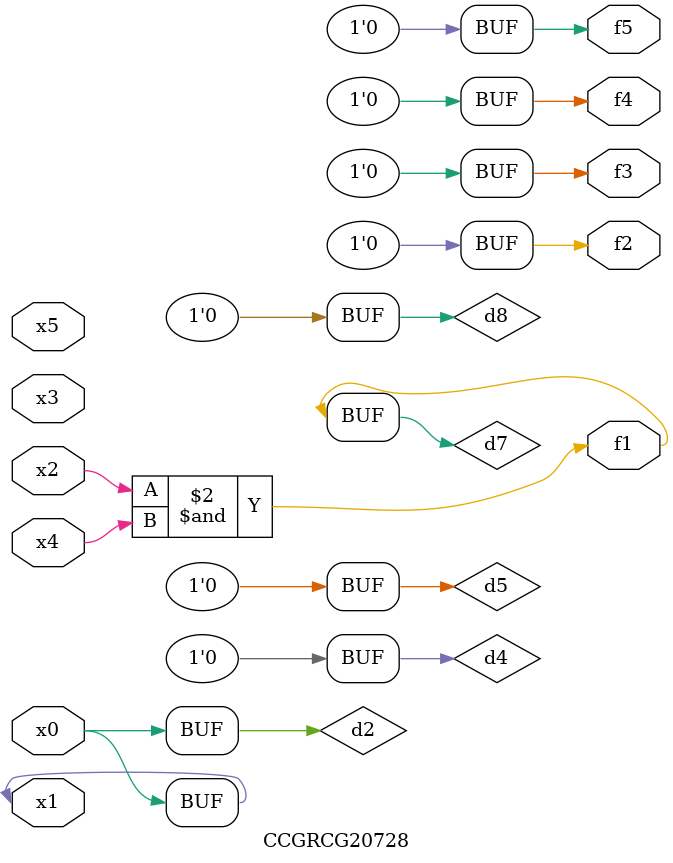
<source format=v>
module CCGRCG20728(
	input x0, x1, x2, x3, x4, x5,
	output f1, f2, f3, f4, f5
);

	wire d1, d2, d3, d4, d5, d6, d7, d8, d9;

	nand (d1, x1);
	buf (d2, x0, x1);
	nand (d3, x2, x4);
	and (d4, d1, d2);
	and (d5, d1, d2);
	nand (d6, d1, d3);
	not (d7, d3);
	xor (d8, d5);
	nor (d9, d5, d6);
	assign f1 = d7;
	assign f2 = d8;
	assign f3 = d8;
	assign f4 = d8;
	assign f5 = d8;
endmodule

</source>
